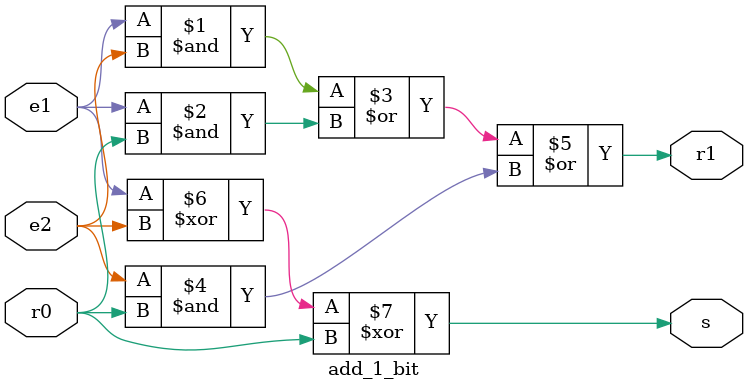
<source format=v>
module add_1_bit (e1, e2, r0, s, r1);
    input e1;
    input e2;
    input r0;
    output s;
    output r1;


    assign r1 = (e1 & e2) | (e1 & r0) | (e2 & r0);
    assign s = e1 ^ e2 ^ r0;

endmodule


//module reg_lin(X, s):



//end module
</source>
